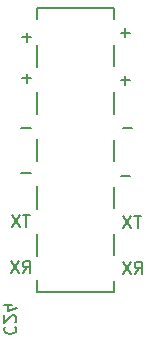
<source format=gbo>
G04 #@! TF.GenerationSoftware,KiCad,Pcbnew,(5.1.10)-1*
G04 #@! TF.CreationDate,2021-05-29T17:35:04+08:00*
G04 #@! TF.ProjectId,tiny_V1.0,74696e79-5f56-4312-9e30-2e6b69636164,rev?*
G04 #@! TF.SameCoordinates,Original*
G04 #@! TF.FileFunction,Legend,Bot*
G04 #@! TF.FilePolarity,Positive*
%FSLAX46Y46*%
G04 Gerber Fmt 4.6, Leading zero omitted, Abs format (unit mm)*
G04 Created by KiCad (PCBNEW (5.1.10)-1) date 2021-05-29 17:35:04*
%MOMM*%
%LPD*%
G01*
G04 APERTURE LIST*
%ADD10C,0.152400*%
%ADD11C,0.150000*%
G04 APERTURE END LIST*
D10*
X-4468926Y-10396139D02*
X-4130260Y-9912329D01*
X-3888355Y-10396139D02*
X-3888355Y-9380139D01*
X-4275402Y-9380139D01*
X-4372164Y-9428520D01*
X-4420545Y-9476900D01*
X-4468926Y-9573662D01*
X-4468926Y-9718805D01*
X-4420545Y-9815567D01*
X-4372164Y-9863948D01*
X-4275402Y-9912329D01*
X-3888355Y-9912329D01*
X-4807593Y-9380139D02*
X-5484926Y-10396139D01*
X-5484926Y-9380139D02*
X-4807593Y-10396139D01*
X5012893Y-10469799D02*
X5351560Y-9985989D01*
X5593464Y-10469799D02*
X5593464Y-9453799D01*
X5206417Y-9453799D01*
X5109655Y-9502180D01*
X5061274Y-9550560D01*
X5012893Y-9647322D01*
X5012893Y-9792465D01*
X5061274Y-9889227D01*
X5109655Y-9937608D01*
X5206417Y-9985989D01*
X5593464Y-9985989D01*
X4674226Y-9453799D02*
X3996893Y-10469799D01*
X3996893Y-9453799D02*
X4674226Y-10469799D01*
X-3864164Y-5468539D02*
X-4444736Y-5468539D01*
X-4154450Y-6484539D02*
X-4154450Y-5468539D01*
X-4686640Y-5468539D02*
X-5363974Y-6484539D01*
X-5363974Y-5468539D02*
X-4686640Y-6484539D01*
X5543995Y-5567599D02*
X4963423Y-5567599D01*
X5253709Y-6583599D02*
X5253709Y-5567599D01*
X4721519Y-5567599D02*
X4044185Y-6583599D01*
X4044185Y-5567599D02*
X4721519Y-6583599D01*
X4585447Y-2185891D02*
X3811352Y-2185891D01*
X-3806712Y-1962371D02*
X-4580807Y-1962371D01*
X-3806712Y1898428D02*
X-4580807Y1898428D01*
X4760707Y1898428D02*
X3986612Y1898428D01*
X-3758452Y6084348D02*
X-4532547Y6084348D01*
X-4145499Y5697300D02*
X-4145499Y6471396D01*
X-3733052Y9574308D02*
X-4507147Y9574308D01*
X-4120099Y9187260D02*
X-4120099Y9961356D01*
X4610847Y5934488D02*
X3836752Y5934488D01*
X4223800Y5547440D02*
X4223800Y6321536D01*
X4585447Y9945148D02*
X3811352Y9945148D01*
X4198400Y9558100D02*
X4198400Y10332196D01*
D11*
X-3250000Y11074400D02*
X-3250000Y12000000D01*
X-3250000Y12000000D02*
X3250000Y12000000D01*
X3250000Y12000000D02*
X3251200Y11074400D01*
X3250000Y8901200D02*
X3251200Y7112000D01*
X3250000Y4888000D02*
X3251200Y3098800D01*
X3250000Y874800D02*
X3251200Y-914400D01*
X3250000Y-3087600D02*
X3251200Y-4876800D01*
X3250000Y-7100800D02*
X3251200Y-8890000D01*
X3250000Y-11063200D02*
X3250000Y-12000000D01*
X3250000Y-12000000D02*
X-3250000Y-12000000D01*
X-3250000Y-12000000D02*
X-3250000Y-11023600D01*
X-3250000Y-8952000D02*
X-3250000Y-7061200D01*
X-3250000Y-4938800D02*
X-3250000Y-3048000D01*
X-3251200Y-925600D02*
X-3251200Y965200D01*
X-3251200Y3036800D02*
X-3251200Y4927600D01*
X-3251200Y7050000D02*
X-3251200Y8940800D01*
X-5930122Y-14938017D02*
X-5977741Y-14985636D01*
X-6025360Y-15128493D01*
X-6025360Y-15223731D01*
X-5977741Y-15366588D01*
X-5882503Y-15461826D01*
X-5787265Y-15509445D01*
X-5596789Y-15557064D01*
X-5453932Y-15557064D01*
X-5263456Y-15509445D01*
X-5168218Y-15461826D01*
X-5072980Y-15366588D01*
X-5025360Y-15223731D01*
X-5025360Y-15128493D01*
X-5072980Y-14985636D01*
X-5120599Y-14938017D01*
X-5120599Y-14557064D02*
X-5072980Y-14509445D01*
X-5025360Y-14414207D01*
X-5025360Y-14176112D01*
X-5072980Y-14080874D01*
X-5120599Y-14033255D01*
X-5215837Y-13985636D01*
X-5311075Y-13985636D01*
X-5453932Y-14033255D01*
X-6025360Y-14604683D01*
X-6025360Y-13985636D01*
X-5358694Y-13128493D02*
X-6025360Y-13128493D01*
X-4977741Y-13366588D02*
X-5692027Y-13604683D01*
X-5692027Y-12985636D01*
M02*

</source>
